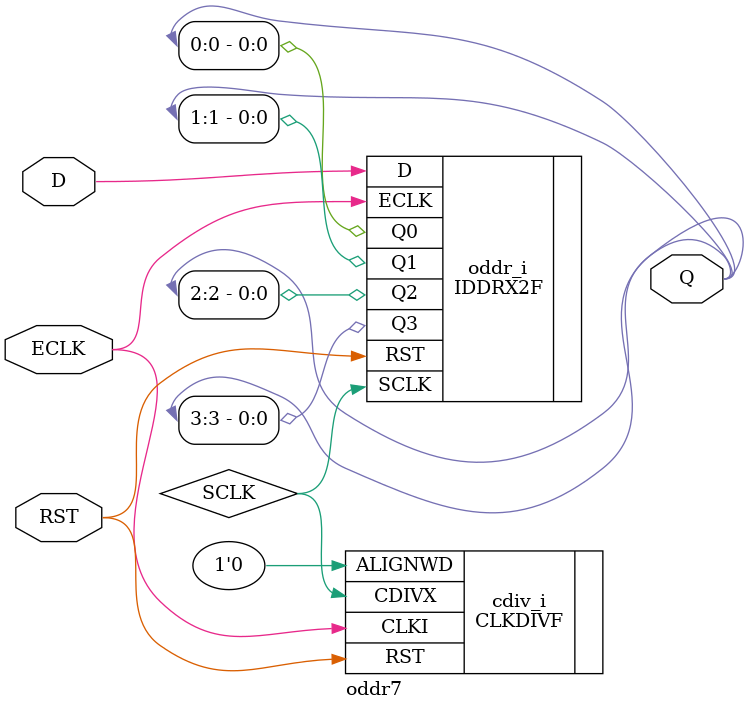
<source format=v>
module oddr7(input D, input ECLK, RST, output [3:0] Q);
wire SCLK;

CLKDIVF #(.DIV("2.0")) cdiv_i (.CLKI(ECLK), .RST(RST), .ALIGNWD(1'b0), .CDIVX(SCLK));

IDDRX2F oddr_i(.Q0(Q[0]), .Q1(Q[1]), .Q2(Q[2]), .Q3(Q[3]),
               .ECLK(ECLK), .SCLK(SCLK), .RST(RST),
               .D(D));
endmodule

</source>
